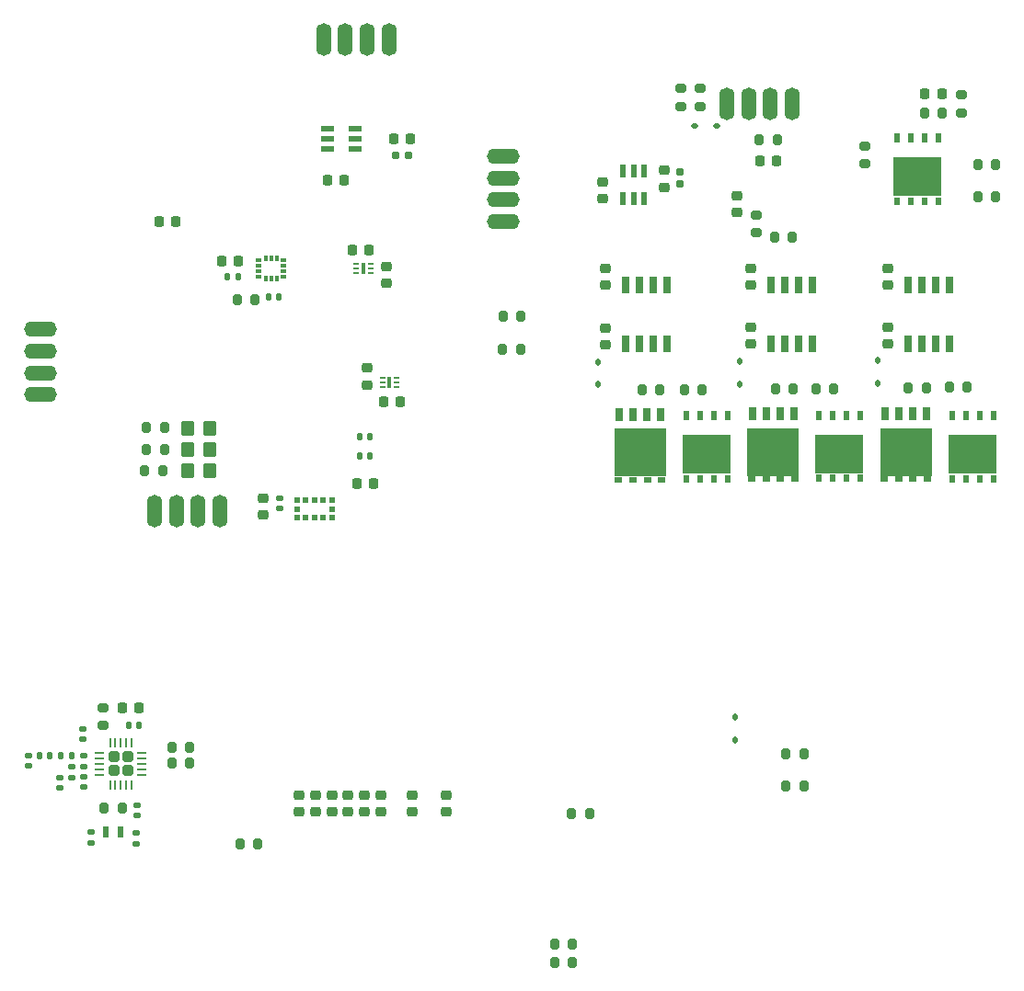
<source format=gbr>
%TF.GenerationSoftware,KiCad,Pcbnew,8.0.5*%
%TF.CreationDate,2024-10-20T13:56:42+02:00*%
%TF.ProjectId,Flight_Controller,466c6967-6874-45f4-936f-6e74726f6c6c,rev?*%
%TF.SameCoordinates,Original*%
%TF.FileFunction,Paste,Bot*%
%TF.FilePolarity,Positive*%
%FSLAX46Y46*%
G04 Gerber Fmt 4.6, Leading zero omitted, Abs format (unit mm)*
G04 Created by KiCad (PCBNEW 8.0.5) date 2024-10-20 13:56:42*
%MOMM*%
%LPD*%
G01*
G04 APERTURE LIST*
G04 Aperture macros list*
%AMRoundRect*
0 Rectangle with rounded corners*
0 $1 Rounding radius*
0 $2 $3 $4 $5 $6 $7 $8 $9 X,Y pos of 4 corners*
0 Add a 4 corners polygon primitive as box body*
4,1,4,$2,$3,$4,$5,$6,$7,$8,$9,$2,$3,0*
0 Add four circle primitives for the rounded corners*
1,1,$1+$1,$2,$3*
1,1,$1+$1,$4,$5*
1,1,$1+$1,$6,$7*
1,1,$1+$1,$8,$9*
0 Add four rect primitives between the rounded corners*
20,1,$1+$1,$2,$3,$4,$5,0*
20,1,$1+$1,$4,$5,$6,$7,0*
20,1,$1+$1,$6,$7,$8,$9,0*
20,1,$1+$1,$8,$9,$2,$3,0*%
G04 Aperture macros list end*
%ADD10O,1.400000X3.000000*%
%ADD11O,3.000000X1.400000*%
%ADD12RoundRect,0.225000X-0.250000X0.225000X-0.250000X-0.225000X0.250000X-0.225000X0.250000X0.225000X0*%
%ADD13R,0.500000X0.925000*%
%ADD14R,0.600000X0.800000*%
%ADD15R,4.410000X3.655000*%
%ADD16R,0.700000X0.500000*%
%ADD17R,4.700000X4.500000*%
%ADD18R,0.650000X1.200000*%
%ADD19RoundRect,0.225000X0.225000X0.250000X-0.225000X0.250000X-0.225000X-0.250000X0.225000X-0.250000X0*%
%ADD20RoundRect,0.200000X0.275000X-0.200000X0.275000X0.200000X-0.275000X0.200000X-0.275000X-0.200000X0*%
%ADD21RoundRect,0.225000X-0.225000X-0.250000X0.225000X-0.250000X0.225000X0.250000X-0.225000X0.250000X0*%
%ADD22RoundRect,0.112500X-0.112500X0.187500X-0.112500X-0.187500X0.112500X-0.187500X0.112500X0.187500X0*%
%ADD23RoundRect,0.200000X-0.200000X-0.275000X0.200000X-0.275000X0.200000X0.275000X-0.200000X0.275000X0*%
%ADD24RoundRect,0.155000X0.212500X0.155000X-0.212500X0.155000X-0.212500X-0.155000X0.212500X-0.155000X0*%
%ADD25RoundRect,0.140000X-0.170000X0.140000X-0.170000X-0.140000X0.170000X-0.140000X0.170000X0.140000X0*%
%ADD26RoundRect,0.135000X0.185000X-0.135000X0.185000X0.135000X-0.185000X0.135000X-0.185000X-0.135000X0*%
%ADD27RoundRect,0.140000X-0.140000X-0.170000X0.140000X-0.170000X0.140000X0.170000X-0.140000X0.170000X0*%
%ADD28R,0.700000X1.525000*%
%ADD29RoundRect,0.225000X0.250000X-0.225000X0.250000X0.225000X-0.250000X0.225000X-0.250000X-0.225000X0*%
%ADD30R,0.600000X0.200000*%
%ADD31R,0.350000X0.990000*%
%ADD32RoundRect,0.200000X-0.275000X0.200000X-0.275000X-0.200000X0.275000X-0.200000X0.275000X0.200000X0*%
%ADD33R,0.600000X0.300000*%
%ADD34R,0.300000X0.600000*%
%ADD35RoundRect,0.200000X0.200000X0.275000X-0.200000X0.275000X-0.200000X-0.275000X0.200000X-0.275000X0*%
%ADD36RoundRect,0.140000X0.170000X-0.140000X0.170000X0.140000X-0.170000X0.140000X-0.170000X-0.140000X0*%
%ADD37RoundRect,0.135000X0.135000X0.185000X-0.135000X0.185000X-0.135000X-0.185000X0.135000X-0.185000X0*%
%ADD38R,0.600000X1.100000*%
%ADD39RoundRect,0.250000X0.255000X0.255000X-0.255000X0.255000X-0.255000X-0.255000X0.255000X-0.255000X0*%
%ADD40RoundRect,0.062500X0.350000X0.062500X-0.350000X0.062500X-0.350000X-0.062500X0.350000X-0.062500X0*%
%ADD41RoundRect,0.062500X0.062500X0.350000X-0.062500X0.350000X-0.062500X-0.350000X0.062500X-0.350000X0*%
%ADD42RoundRect,0.250000X0.350000X0.450000X-0.350000X0.450000X-0.350000X-0.450000X0.350000X-0.450000X0*%
%ADD43RoundRect,0.140000X0.140000X0.170000X-0.140000X0.170000X-0.140000X-0.170000X0.140000X-0.170000X0*%
%ADD44R,1.250000X0.600000*%
%ADD45R,0.500000X0.500000*%
%ADD46RoundRect,0.112500X-0.187500X-0.112500X0.187500X-0.112500X0.187500X0.112500X-0.187500X0.112500X0*%
%ADD47RoundRect,0.155000X0.155000X-0.212500X0.155000X0.212500X-0.155000X0.212500X-0.155000X-0.212500X0*%
%ADD48R,0.600000X1.250000*%
G04 APERTURE END LIST*
D10*
%TO.C,C24*%
X86550000Y-22957157D03*
X84550000Y-22957157D03*
X82550000Y-22957157D03*
X80550000Y-22957157D03*
%TD*%
D11*
%TO.C,C27*%
X17400000Y-43725000D03*
X17400000Y-45725000D03*
X17400000Y-47725000D03*
X17400000Y-49725000D03*
D10*
X27900000Y-60475000D03*
X29900000Y-60475000D03*
X31900000Y-60475000D03*
X33900000Y-60475000D03*
%TD*%
D11*
%TO.C,C28*%
X59944000Y-33768000D03*
X59944000Y-31768000D03*
X59944000Y-29768000D03*
X59944000Y-27768000D03*
D10*
X49444000Y-17018000D03*
X47444000Y-17018000D03*
X45444000Y-17018000D03*
X43444000Y-17018000D03*
%TD*%
D12*
%TO.C,C6*%
X82745000Y-38082157D03*
X82745000Y-39632157D03*
%TD*%
D13*
%TO.C,Q5*%
X96195000Y-26094157D03*
X97465000Y-26094157D03*
X98735000Y-26094157D03*
X100005000Y-26094157D03*
D14*
X96195000Y-31882157D03*
X97465000Y-31882157D03*
D15*
X98100000Y-29655157D03*
D14*
X98735000Y-31882157D03*
X100005000Y-31882157D03*
%TD*%
D16*
%TO.C,Q2*%
X95025000Y-57507157D03*
X96355000Y-57507157D03*
D17*
X97020000Y-55007157D03*
D16*
X97685000Y-57507157D03*
X99015000Y-57507157D03*
D18*
X98925000Y-51507157D03*
X95115000Y-51507157D03*
X96385000Y-51507157D03*
X97655000Y-51507157D03*
%TD*%
D19*
%TO.C,C22*%
X85100000Y-28182157D03*
X83550000Y-28182157D03*
%TD*%
D12*
%TO.C,C18*%
X81450000Y-31402157D03*
X81450000Y-32952157D03*
%TD*%
D20*
%TO.C,R25*%
X76350000Y-23182157D03*
X76350000Y-21532157D03*
%TD*%
D21*
%TO.C,C3*%
X43798000Y-30000000D03*
X45348000Y-30000000D03*
%TD*%
D12*
%TO.C,C22*%
X48700000Y-86625000D03*
X48700000Y-88175000D03*
%TD*%
%TO.C,C28*%
X54700000Y-86600000D03*
X54700000Y-88150000D03*
%TD*%
D22*
%TO.C,D4*%
X81300000Y-79400000D03*
X81300000Y-81500000D03*
%TD*%
D23*
%TO.C,R3*%
X29450000Y-83687500D03*
X31100000Y-83687500D03*
%TD*%
%TO.C,R5*%
X103625000Y-31457157D03*
X105275000Y-31457157D03*
%TD*%
D24*
%TO.C,C2*%
X51223500Y-27686000D03*
X50088500Y-27686000D03*
%TD*%
D25*
%TO.C,C18*%
X16300000Y-82940000D03*
X16300000Y-83900000D03*
%TD*%
D12*
%TO.C,C27*%
X41200000Y-86600000D03*
X41200000Y-88150000D03*
%TD*%
D26*
%TO.C,L2*%
X20275000Y-84997500D03*
X20275000Y-83977500D03*
%TD*%
D23*
%TO.C,R1*%
X59887000Y-45592000D03*
X61537000Y-45592000D03*
%TD*%
D27*
%TO.C,C23*%
X34600000Y-38862000D03*
X35560000Y-38862000D03*
%TD*%
D12*
%TO.C,C7*%
X82750000Y-43507157D03*
X82750000Y-45057157D03*
%TD*%
D19*
%TO.C,C3*%
X26450000Y-78587500D03*
X24900000Y-78587500D03*
%TD*%
D23*
%TO.C,R2*%
X64675000Y-100290000D03*
X66325000Y-100290000D03*
%TD*%
D20*
%TO.C,J_VUSB1*%
X93250000Y-28482157D03*
X93250000Y-26832157D03*
%TD*%
D26*
%TO.C,L1*%
X21345000Y-83977500D03*
X21345000Y-82957500D03*
%TD*%
D28*
%TO.C,IC1*%
X84645000Y-39645157D03*
X85915000Y-39645157D03*
X87185000Y-39645157D03*
X88455000Y-39645157D03*
X88455000Y-45069157D03*
X87185000Y-45069157D03*
X85915000Y-45069157D03*
X84645000Y-45069157D03*
%TD*%
D29*
%TO.C,C17*%
X49200000Y-39450000D03*
X49200000Y-37900000D03*
%TD*%
D27*
%TO.C,C18*%
X46764000Y-53594000D03*
X47724000Y-53594000D03*
%TD*%
D23*
%TO.C,R3*%
X101025000Y-49057157D03*
X102675000Y-49057157D03*
%TD*%
D30*
%TO.C,IC5*%
X47750000Y-37700000D03*
X47750000Y-38100000D03*
X47750000Y-38500000D03*
X46450000Y-38500000D03*
X46450000Y-38100000D03*
X46450000Y-37700000D03*
D31*
X47100000Y-38100000D03*
%TD*%
D32*
%TO.C,R8*%
X83250000Y-33182157D03*
X83250000Y-34832157D03*
%TD*%
D29*
%TO.C,C5*%
X74760000Y-30632157D03*
X74760000Y-29082157D03*
%TD*%
D21*
%TO.C,C12*%
X48975000Y-50340000D03*
X50525000Y-50340000D03*
%TD*%
D13*
%TO.C,Q1*%
X101250000Y-51669157D03*
X102520000Y-51669157D03*
X103790000Y-51669157D03*
X105060000Y-51669157D03*
D14*
X101250000Y-57457157D03*
X102520000Y-57457157D03*
D15*
X103155000Y-55230157D03*
D14*
X103790000Y-57457157D03*
X105060000Y-57457157D03*
%TD*%
D33*
%TO.C,IC2*%
X39758000Y-37350000D03*
X39758000Y-37850000D03*
X39758000Y-38350000D03*
X39758000Y-38850000D03*
D34*
X39108000Y-39000000D03*
X38608000Y-39000000D03*
X38108000Y-39000000D03*
D33*
X37458000Y-38850000D03*
X37458000Y-38350000D03*
X37458000Y-37850000D03*
X37458000Y-37350000D03*
D34*
X38108000Y-37200000D03*
X38608000Y-37200000D03*
X39108000Y-37200000D03*
%TD*%
D35*
%TO.C,J_Fsync1*%
X37147000Y-41010000D03*
X35497000Y-41010000D03*
%TD*%
D36*
%TO.C,C13*%
X22000000Y-90980000D03*
X22000000Y-90020000D03*
%TD*%
D37*
%TO.C,L3*%
X20275000Y-82987500D03*
X19255000Y-82987500D03*
%TD*%
D12*
%TO.C,C25*%
X44200000Y-86625000D03*
X44200000Y-88175000D03*
%TD*%
%TO.C,C15*%
X69350000Y-43582157D03*
X69350000Y-45132157D03*
%TD*%
D20*
%TO.C,R9*%
X23175000Y-80212500D03*
X23175000Y-78562500D03*
%TD*%
D23*
%TO.C,R18*%
X76625000Y-49257157D03*
X78275000Y-49257157D03*
%TD*%
D35*
%TO.C,R4*%
X31100000Y-82187500D03*
X29450000Y-82187500D03*
%TD*%
D12*
%TO.C,C23*%
X51600000Y-86600000D03*
X51600000Y-88150000D03*
%TD*%
D35*
%TO.C,R3*%
X28775000Y-54800000D03*
X27125000Y-54800000D03*
%TD*%
D12*
%TO.C,C3*%
X95350000Y-43482157D03*
X95350000Y-45032157D03*
%TD*%
D38*
%TO.C,Y2*%
X24775000Y-89987500D03*
X23375000Y-89987500D03*
%TD*%
D12*
%TO.C,C4*%
X95350000Y-38082157D03*
X95350000Y-39632157D03*
%TD*%
D35*
%TO.C,R23*%
X100375000Y-23807157D03*
X98725000Y-23807157D03*
%TD*%
D27*
%TO.C,C24*%
X38370000Y-40750000D03*
X39330000Y-40750000D03*
%TD*%
D16*
%TO.C,Q7*%
X82810000Y-57507157D03*
X84140000Y-57507157D03*
D17*
X84805000Y-55007157D03*
D16*
X85470000Y-57507157D03*
X86800000Y-57507157D03*
D18*
X86710000Y-51507157D03*
X82900000Y-51507157D03*
X84170000Y-51507157D03*
X85440000Y-51507157D03*
%TD*%
D13*
%TO.C,Q4*%
X76790000Y-51669157D03*
X78060000Y-51669157D03*
X79330000Y-51669157D03*
X80600000Y-51669157D03*
D14*
X76790000Y-57457157D03*
X78060000Y-57457157D03*
D15*
X78695000Y-55230157D03*
D14*
X79330000Y-57457157D03*
X80600000Y-57457157D03*
%TD*%
D39*
%TO.C,U3*%
X25400000Y-84350000D03*
X25400000Y-83100000D03*
X24150000Y-84350000D03*
X24150000Y-83100000D03*
D40*
X26712500Y-82725000D03*
X26712500Y-83225000D03*
X26712500Y-83725000D03*
X26712500Y-84225000D03*
X26712500Y-84725000D03*
D41*
X25775000Y-85662500D03*
X25275000Y-85662500D03*
X24775000Y-85662500D03*
X24275000Y-85662500D03*
X23775000Y-85662500D03*
D40*
X22837500Y-84725000D03*
X22837500Y-84225000D03*
X22837500Y-83725000D03*
X22837500Y-83225000D03*
X22837500Y-82725000D03*
D41*
X23775000Y-81787500D03*
X24275000Y-81787500D03*
X24775000Y-81787500D03*
X25275000Y-81787500D03*
X25775000Y-81787500D03*
%TD*%
D35*
%TO.C,R4*%
X28625000Y-56700000D03*
X26975000Y-56700000D03*
%TD*%
D16*
%TO.C,Q3*%
X70560000Y-57557157D03*
X71890000Y-57557157D03*
D17*
X72555000Y-55057157D03*
D16*
X73220000Y-57557157D03*
X74550000Y-57557157D03*
D18*
X74460000Y-51557157D03*
X70650000Y-51557157D03*
X71920000Y-51557157D03*
X73190000Y-51557157D03*
%TD*%
D23*
%TO.C,R2*%
X97225000Y-49107157D03*
X98875000Y-49107157D03*
%TD*%
%TO.C,R17*%
X72725000Y-49307157D03*
X74375000Y-49307157D03*
%TD*%
D36*
%TO.C,C19*%
X19175000Y-85980000D03*
X19175000Y-85020000D03*
%TD*%
D19*
%TO.C,C38*%
X29825000Y-33800000D03*
X28275000Y-33800000D03*
%TD*%
D42*
%TO.C,NTC_solder_pad2*%
X32950000Y-56700000D03*
X30950000Y-56700000D03*
%TD*%
D35*
%TO.C,R9*%
X28775000Y-52750000D03*
X27125000Y-52750000D03*
%TD*%
D21*
%TO.C,C22*%
X34023000Y-37454000D03*
X35573000Y-37454000D03*
%TD*%
D43*
%TO.C,C10*%
X26480000Y-80200000D03*
X25520000Y-80200000D03*
%TD*%
D20*
%TO.C,R26*%
X78100000Y-23182157D03*
X78100000Y-21532157D03*
%TD*%
D12*
%TO.C,C11*%
X47450000Y-47265000D03*
X47450000Y-48815000D03*
%TD*%
D28*
%TO.C,IC3*%
X97245000Y-39645157D03*
X98515000Y-39645157D03*
X99785000Y-39645157D03*
X101055000Y-39645157D03*
X101055000Y-45069157D03*
X99785000Y-45069157D03*
X98515000Y-45069157D03*
X97245000Y-45069157D03*
%TD*%
D27*
%TO.C,C20*%
X46736000Y-55372000D03*
X47696000Y-55372000D03*
%TD*%
D12*
%TO.C,C26*%
X42700000Y-86600000D03*
X42700000Y-88150000D03*
%TD*%
%TO.C,C14*%
X69350000Y-38107157D03*
X69350000Y-39657157D03*
%TD*%
D28*
%TO.C,IC4*%
X71245000Y-39645157D03*
X72515000Y-39645157D03*
X73785000Y-39645157D03*
X75055000Y-39645157D03*
X75055000Y-45069157D03*
X73785000Y-45069157D03*
X72515000Y-45069157D03*
X71245000Y-45069157D03*
%TD*%
D35*
%TO.C,J_BOOT1*%
X85175000Y-26257157D03*
X83525000Y-26257157D03*
%TD*%
D44*
%TO.C,IC1*%
X43831000Y-27112000D03*
X43831000Y-26162000D03*
X43831000Y-25212000D03*
X46331000Y-25212000D03*
X46331000Y-26162000D03*
X46331000Y-27112000D03*
%TD*%
D12*
%TO.C,C24*%
X45700000Y-86625000D03*
X45700000Y-88175000D03*
%TD*%
D23*
%TO.C,R9*%
X85025000Y-49207157D03*
X86675000Y-49207157D03*
%TD*%
D35*
%TO.C,J2*%
X67925000Y-88300000D03*
X66275000Y-88300000D03*
%TD*%
D25*
%TO.C,C20*%
X21375000Y-84907500D03*
X21375000Y-85867500D03*
%TD*%
D43*
%TO.C,C17*%
X18245000Y-82987500D03*
X17285000Y-82987500D03*
%TD*%
D22*
%TO.C,D4*%
X68700000Y-46707157D03*
X68700000Y-48807157D03*
%TD*%
D19*
%TO.C,C13*%
X47633000Y-36400000D03*
X46083000Y-36400000D03*
%TD*%
D23*
%TO.C,R8*%
X85975000Y-85800000D03*
X87625000Y-85800000D03*
%TD*%
D45*
%TO.C,U3*%
X41000000Y-61054000D03*
X41800000Y-61054000D03*
X42600000Y-61054000D03*
X43400000Y-61054000D03*
X44200000Y-61054000D03*
X44200000Y-60254000D03*
X44200000Y-59454000D03*
X43400000Y-59454000D03*
X42600000Y-59454000D03*
X41800000Y-59454000D03*
X41000000Y-59454000D03*
X41000000Y-60254000D03*
%TD*%
D22*
%TO.C,D3*%
X81750000Y-46657157D03*
X81750000Y-48757157D03*
%TD*%
D23*
%TO.C,R13*%
X85975000Y-82800000D03*
X87625000Y-82800000D03*
%TD*%
D36*
%TO.C,C12*%
X26175000Y-91067500D03*
X26175000Y-90107500D03*
%TD*%
D23*
%TO.C,R7*%
X84924132Y-35207157D03*
X86574132Y-35207157D03*
%TD*%
D42*
%TO.C,NTC_solder_pad3*%
X32950000Y-52800000D03*
X30950000Y-52800000D03*
%TD*%
D23*
%TO.C,R6*%
X103625000Y-28557157D03*
X105275000Y-28557157D03*
%TD*%
D21*
%TO.C,C19*%
X46469000Y-57912000D03*
X48019000Y-57912000D03*
%TD*%
D22*
%TO.C,D1*%
X94400000Y-46582157D03*
X94400000Y-48682157D03*
%TD*%
D19*
%TO.C,C28*%
X100325000Y-22007157D03*
X98775000Y-22007157D03*
%TD*%
D42*
%TO.C,NTC_solder_pad1*%
X32950000Y-54750000D03*
X30950000Y-54750000D03*
%TD*%
D13*
%TO.C,Q8*%
X88995000Y-51646157D03*
X90265000Y-51646157D03*
X91535000Y-51646157D03*
X92805000Y-51646157D03*
D14*
X88995000Y-57434157D03*
X90265000Y-57434157D03*
D15*
X90900000Y-55207157D03*
D14*
X91535000Y-57434157D03*
X92805000Y-57434157D03*
%TD*%
D36*
%TO.C,C11*%
X26275000Y-88467500D03*
X26275000Y-87507500D03*
%TD*%
D46*
%TO.C,D2*%
X77550000Y-24957157D03*
X79650000Y-24957157D03*
%TD*%
D23*
%TO.C,R10*%
X23250000Y-87787500D03*
X24900000Y-87787500D03*
%TD*%
%TO.C,R2*%
X59940500Y-42544000D03*
X61590500Y-42544000D03*
%TD*%
D12*
%TO.C,C21*%
X47200000Y-86625000D03*
X47200000Y-88175000D03*
%TD*%
D30*
%TO.C,IC3*%
X48850000Y-49000000D03*
X48850000Y-48600000D03*
X48850000Y-48200000D03*
X50150000Y-48200000D03*
X50150000Y-48600000D03*
X50150000Y-49000000D03*
D31*
X49500000Y-48600000D03*
%TD*%
D47*
%TO.C,C13*%
X76210000Y-30324657D03*
X76210000Y-29189657D03*
%TD*%
D23*
%TO.C,R10*%
X88725000Y-49157157D03*
X90375000Y-49157157D03*
%TD*%
D29*
%TO.C,C25*%
X37866000Y-60813000D03*
X37866000Y-59263000D03*
%TD*%
D36*
%TO.C,C26*%
X39390000Y-60236000D03*
X39390000Y-59276000D03*
%TD*%
D48*
%TO.C,IC2*%
X71000000Y-29157157D03*
X71950000Y-29157157D03*
X72900000Y-29157157D03*
X72900000Y-31657157D03*
X71950000Y-31657157D03*
X71000000Y-31657157D03*
%TD*%
D12*
%TO.C,C10*%
X69090000Y-30152157D03*
X69090000Y-31702157D03*
%TD*%
D25*
%TO.C,C5*%
X21275000Y-80507500D03*
X21275000Y-81467500D03*
%TD*%
D35*
%TO.C,R7*%
X66325000Y-102000000D03*
X64675000Y-102000000D03*
%TD*%
D19*
%TO.C,C1*%
X51431000Y-26162000D03*
X49881000Y-26162000D03*
%TD*%
D32*
%TO.C,R24*%
X102150000Y-22132157D03*
X102150000Y-23782157D03*
%TD*%
D35*
%TO.C,J0*%
X37400000Y-91100000D03*
X35750000Y-91100000D03*
%TD*%
M02*

</source>
